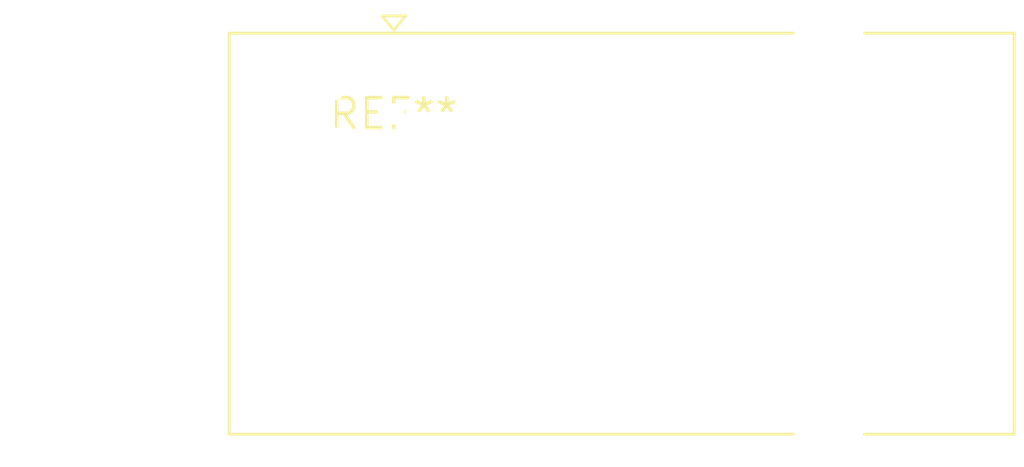
<source format=kicad_pcb>
(kicad_pcb (version 20240108) (generator pcbnew)
  (layers (0 "F.Cu" signal) (31 "B.Cu" signal) (34 "B.Paste" user) (35 "F.Paste" user) (36 "B.SilkS" user "B.Silkscreen") (37 "F.SilkS" user "F.Silkscreen") (38 "B.Mask" user) (39 "F.Mask" user) (44 "Edge.Cuts" user))
  (net 0 "")
  (footprint "RJ45_Pulse_JK00177NL_Horizontal" (layer "F.Cu") (at 0 0)
    (property "Reference" "REF**")
    (property "Value" "RJ45_Pulse_JK00177NL_Horizontal")
    (fp_line (start -6.97 -3.42) (end 16.91 -3.42) (layer "F.SilkS") (stroke (width 0.12)))
    (fp_line (start -6.97 13.57) (end -6.97 -3.42) (layer "F.SilkS") (stroke (width 0.12)))
    (fp_line (start -0.5 -4.15) (end 0 -3.55) (layer "F.SilkS") (stroke (width 0.12)))
    (fp_line (start -0.5 -4.15) (end 0.5 -4.15) (layer "F.SilkS") (stroke (width 0.12)))
    (fp_line (start 0.5 -4.15) (end 0 -3.55) (layer "F.SilkS") (stroke (width 0.12)))
    (fp_line (start 16.92 13.57) (end -6.97 13.57) (layer "F.SilkS") (stroke (width 0.12)))
    (fp_line (start 26.25 -3.42) (end 19.92 -3.42) (layer "F.SilkS") (stroke (width 0.12)))
    (fp_line (start 26.25 13.57) (end 19.91 13.57) (layer "F.SilkS") (stroke (width 0.12)))
    (fp_line (start 26.25 13.57) (end 26.25 -3.42) (layer "F.SilkS") (stroke (width 0.12)))
    (pad "" np_thru_hole circle (at 15.24 -1.27 180) (size 3.2 3.2) (drill 3.2) (layers *.Cu *.Mask))
    (pad "" np_thru_hole circle (at 15.24 11.43 180) (size 3.2 3.2) (drill 3.2) (layers *.Cu *.Mask))
    (pad "1" thru_hole rect (at 0 0 180) (size 1.524 1.524) (drill 0.89) (layers *.Cu *.Mask) (remove_unused_layers))
    (pad "2" thru_hole circle (at 0 2.032 180) (size 1.524 1.524) (drill 0.89) (layers *.Cu *.Mask) (remove_unused_layers))
    (pad "3" thru_hole circle (at 0 4.064 180) (size 1.524 1.524) (drill 0.89) (layers *.Cu *.Mask) (remove_unused_layers))
    (pad "4" thru_hole circle (at 0 6.096 180) (size 1.524 1.524) (drill 0.89) (layers *.Cu *.Mask) (remove_unused_layers))
    (pad "5" thru_hole circle (at 0 8.128 180) (size 1.524 1.524) (drill 0.89) (layers *.Cu *.Mask) (remove_unused_layers))
    (pad "6" thru_hole circle (at 0 10.16 180) (size 1.524 1.524) (drill 0.89) (layers *.Cu *.Mask) (remove_unused_layers))
    (pad "7" thru_hole circle (at -2.54 -1.016 180) (size 1.524 1.524) (drill 0.89) (layers *.Cu *.Mask) (remove_unused_layers))
    (pad "8" thru_hole circle (at -2.54 1.016 180) (size 1.524 1.524) (drill 0.89) (layers *.Cu *.Mask) (remove_unused_layers))
    (pad "9" thru_hole circle (at -2.54 3.048 180) (size 1.524 1.524) (drill 0.89) (layers *.Cu *.Mask) (remove_unused_layers))
    (pad "10" thru_hole circle (at -2.54 7.112 180) (size 1.524 1.524) (drill 0.89) (layers *.Cu *.Mask) (remove_unused_layers))
    (pad "11" thru_hole circle (at -2.54 9.144 180) (size 1.524 1.524) (drill 0.89) (layers *.Cu *.Mask) (remove_unused_layers))
    (pad "12" thru_hole circle (at -2.54 11.176 180) (size 1.524 1.524) (drill 0.89) (layers *.Cu *.Mask) (remove_unused_layers))
    (pad "13" thru_hole circle (at -5.08 -1.016 180) (size 1.8 1.8) (drill 1.025) (layers *.Cu *.Mask) (remove_unused_layers))
    (pad "14" thru_hole circle (at -5.08 1.524 180) (size 1.8 1.8) (drill 1.025) (layers *.Cu *.Mask) (remove_unused_layers))
    (pad "15" thru_hole circle (at -5.08 8.636 180) (size 1.8 1.8) (drill 1.025) (layers *.Cu *.Mask) (remove_unused_layers))
    (pad "16" thru_hole circle (at -5.08 11.176 180) (size 1.8 1.8) (drill 1.025) (layers *.Cu *.Mask) (remove_unused_layers))
    (pad "17" thru_hole oval (at 7.11 -0.515 180) (size 1.27 1.524) (drill 0.89) (layers *.Cu *.Mask) (remove_unused_layers))
    (pad "18" thru_hole oval (at 7.11 10.665 180) (size 1.27 1.524) (drill 0.89) (layers *.Cu *.Mask) (remove_unused_layers))
    (pad "19" thru_hole oval (at 8.58 -0.515 180) (size 1.27 1.524) (drill 0.89) (layers *.Cu *.Mask) (remove_unused_layers))
    (pad "20" thru_hole oval (at 8.58 10.665 180) (size 1.27 1.524) (drill 0.89) (layers *.Cu *.Mask) (remove_unused_layers))
    (pad "SH" thru_hole circle (at 18.415 -2.9845 180) (size 2.63 2.63) (drill 1.57) (layers *.Cu *.Mask) (remove_unused_layers))
    (pad "SH" thru_hole circle (at 18.415 13.1445 180) (size 2.61 2.61) (drill 1.57) (layers *.Cu *.Mask) (remove_unused_layers))
  )
)
</source>
